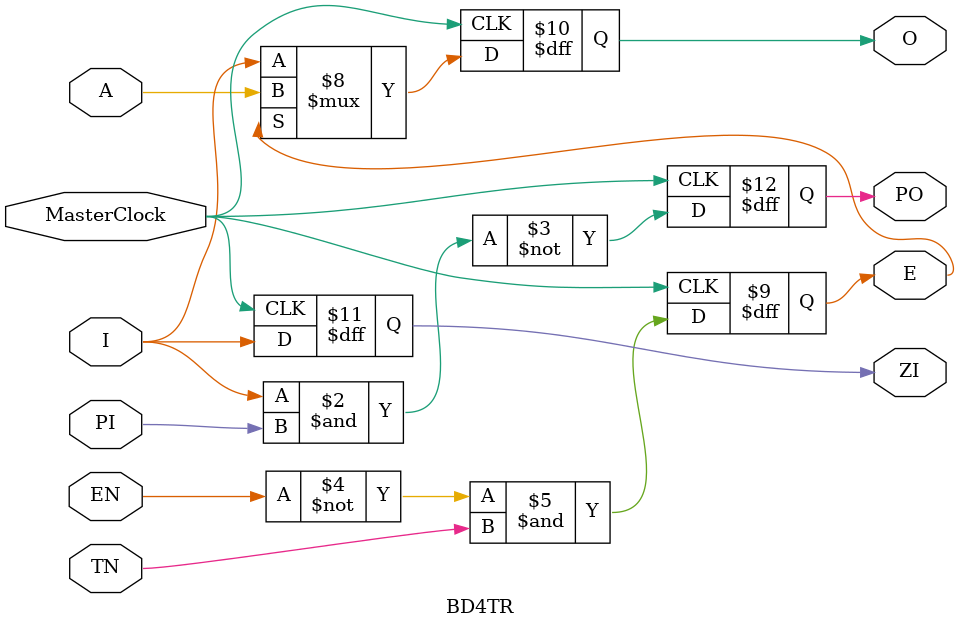
<source format=sv>
module BD4TR
(
    input   I,
    input   A,
    input   EN,
    input   TN,
    input   PI,
    output  reg O,
    output  reg E,
    output  reg ZI,
    output  reg PO,

    input MasterClock
);

always @(posedge MasterClock)
begin

    PO <= ~(I & PI);
    ZI <= I;
    E <= ~(~((~EN) & TN));
    O <= E ? A : I;

end

//assign PO = ~(I & PI);
//assign ZI = I;
//assign E = ~(~((~EN) & TN));
//assign O = E ? A : I;

endmodule

</source>
